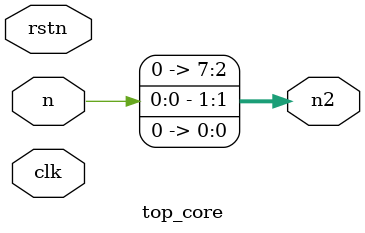
<source format=v>
module top_core(
  input clk,
  input rstn,
  input [3:0] n,
  output reg [7:0] n2
);
  assign n2 = n[0] << 1;
endmodule

</source>
